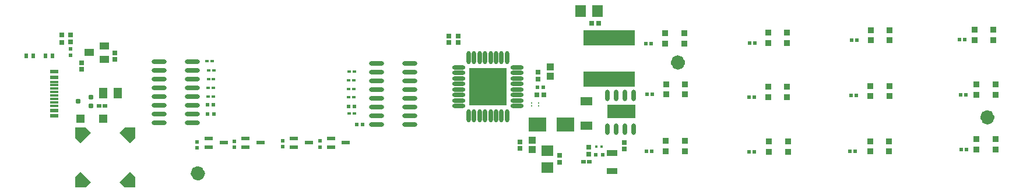
<source format=gtp>
G04*
G04 #@! TF.GenerationSoftware,Altium Limited,CircuitMaker,2.3.0 (2.3.0.3)*
G04*
G04 Layer_Color=7318015*
%FSLAX25Y25*%
%MOIN*%
G70*
G04*
G04 #@! TF.SameCoordinates,90B3883F-12C0-4788-AEBF-A64E1D99C10B*
G04*
G04*
G04 #@! TF.FilePolarity,Positive*
G04*
G01*
G75*
%ADD18C,0.04331*%
%ADD19R,0.02200X0.02200*%
%ADD20R,0.02835X0.02992*%
%ADD21O,0.02362X0.06693*%
%ADD22R,0.02559X0.02362*%
%ADD23O,0.02362X0.07677*%
%ADD24R,0.02362X0.02756*%
%ADD25R,0.04921X0.01181*%
%ADD26R,0.01968X0.01772*%
%ADD27R,0.04921X0.06102*%
%ADD28R,0.04921X0.01968*%
%ADD29O,0.07677X0.02362*%
%ADD30R,0.02362X0.02756*%
%ADD31R,0.01968X0.02362*%
%ADD32R,0.02362X0.01968*%
%ADD33O,0.08661X0.02362*%
%ADD34R,0.09842X0.07874*%
%ADD35R,0.03937X0.03937*%
%ADD36R,0.07087X0.06496*%
%ADD37R,0.02165X0.01968*%
%ADD38R,0.02559X0.02559*%
%ADD39R,0.01772X0.01772*%
%ADD40R,0.06102X0.03543*%
%ADD41R,0.03740X0.03543*%
%ADD42R,0.06693X0.05118*%
%ADD43R,0.06496X0.07087*%
%ADD44R,0.02992X0.02835*%
%ADD45R,0.29528X0.08661*%
%ADD46P,0.05999X4X270.0*%
%ADD47R,0.06000X0.06000*%
%ADD48P,0.05999X4X360.0*%
%ADD49R,0.06000X0.06000*%
%ADD50C,0.00984*%
G04:AMPARAMS|DCode=51|XSize=23.62mil|YSize=29.53mil|CornerRadius=4.72mil|HoleSize=0mil|Usage=FLASHONLY|Rotation=90.000|XOffset=0mil|YOffset=0mil|HoleType=Round|Shape=RoundedRectangle|*
%AMROUNDEDRECTD51*
21,1,0.02362,0.02008,0,0,90.0*
21,1,0.01417,0.02953,0,0,90.0*
1,1,0.00945,0.01004,0.00709*
1,1,0.00945,0.01004,-0.00709*
1,1,0.00945,-0.01004,-0.00709*
1,1,0.00945,-0.01004,0.00709*
%
%ADD51ROUNDEDRECTD51*%
%ADD52R,0.05000X0.05000*%
%ADD53R,0.05512X0.03937*%
%ADD54R,0.04921X0.02362*%
G36*
X288400Y73346D02*
X288400Y52135D01*
X267219Y52135D01*
X267111Y52027D01*
X267003Y52135D01*
X267003Y73346D01*
X288430Y73375D01*
X288400Y73346D01*
X288400Y73346D02*
G37*
G36*
X361900Y44715D02*
X346014Y44715D01*
X346014Y52284D01*
X361900Y52284D01*
X361900Y44715D01*
X361900Y44715D02*
G37*
D18*
X565227Y45172D02*
G03*
X565227Y45172I-1969J0D01*
G01*
X388298Y76609D02*
G03*
X388298Y76609I-1969J0D01*
G01*
X113741Y13085D02*
G03*
X113741Y13085I-1969J0D01*
G01*
D19*
X343158Y23849D02*
D03*
X339158Y23849D02*
D03*
D20*
X45423Y72658D02*
D03*
X45423Y76437D02*
D03*
X296005Y27357D02*
D03*
X296005Y31136D02*
D03*
X318758Y23339D02*
D03*
X318758Y19559D02*
D03*
X355757Y27049D02*
D03*
X355757Y30829D02*
D03*
X260658Y91739D02*
D03*
X260658Y87959D02*
D03*
X306391Y70913D02*
D03*
X306391Y67133D02*
D03*
X64341Y82156D02*
D03*
X64341Y78376D02*
D03*
X33957Y88149D02*
D03*
X33957Y92549D02*
D03*
X255258Y91749D02*
D03*
X255258Y87970D02*
D03*
D21*
X360943Y57828D02*
D03*
X355943Y57828D02*
D03*
X350942Y57828D02*
D03*
X345942Y57828D02*
D03*
X360943Y38537D02*
D03*
X355943Y38537D02*
D03*
X350942Y38537D02*
D03*
X345942Y38537D02*
D03*
D22*
X332284Y19749D02*
D03*
X335631Y19749D02*
D03*
X58551Y51749D02*
D03*
X55205Y51749D02*
D03*
D23*
X276016Y46089D02*
D03*
X288615Y79357D02*
D03*
X285465Y79357D02*
D03*
X282316Y79357D02*
D03*
X279166Y79357D02*
D03*
X276016Y79357D02*
D03*
X272867Y79357D02*
D03*
X269717Y79357D02*
D03*
X266568Y79357D02*
D03*
X266568Y46089D02*
D03*
X269717Y46089D02*
D03*
X272867Y46089D02*
D03*
X279166Y46089D02*
D03*
X282316Y46089D02*
D03*
X285465Y46089D02*
D03*
X288615Y46089D02*
D03*
D24*
X24789Y80549D02*
D03*
X17701Y80549D02*
D03*
D25*
X29661Y63598D02*
D03*
X29661Y61629D02*
D03*
X29661Y65566D02*
D03*
X29661Y51787D02*
D03*
X29661Y55724D02*
D03*
X29661Y53755D02*
D03*
X29661Y57692D02*
D03*
X29661Y59661D02*
D03*
D26*
X197953Y61349D02*
D03*
X200905Y61349D02*
D03*
X120792Y67134D02*
D03*
X117839Y67134D02*
D03*
X120881Y72134D02*
D03*
X117928Y72134D02*
D03*
X120658Y57149D02*
D03*
X117705Y57149D02*
D03*
X120684Y62026D02*
D03*
X117731Y62026D02*
D03*
X120035Y77335D02*
D03*
X117082Y77335D02*
D03*
X198076Y66248D02*
D03*
X201028Y66248D02*
D03*
X198057Y56649D02*
D03*
X201010Y56649D02*
D03*
X198199Y71486D02*
D03*
X201152Y71486D02*
D03*
X198376Y47500D02*
D03*
X201329Y47500D02*
D03*
D27*
X57766Y59134D02*
D03*
X65837Y59134D02*
D03*
D28*
X139075Y33219D02*
D03*
X139075Y28100D02*
D03*
X147539Y30659D02*
D03*
X196407Y30630D02*
D03*
X187943Y28071D02*
D03*
X187943Y33189D02*
D03*
X175167Y30600D02*
D03*
X166703Y28041D02*
D03*
X166703Y33160D02*
D03*
X126516Y30620D02*
D03*
X118051Y28061D02*
D03*
X118051Y33179D02*
D03*
D29*
X294225Y51700D02*
D03*
X294225Y54849D02*
D03*
X294225Y57999D02*
D03*
X294225Y61148D02*
D03*
X294225Y64298D02*
D03*
X294225Y67448D02*
D03*
X294225Y70597D02*
D03*
X294225Y73747D02*
D03*
X260958Y73747D02*
D03*
X260958Y70597D02*
D03*
X260958Y67448D02*
D03*
X260958Y64298D02*
D03*
X260958Y61148D02*
D03*
X260958Y57999D02*
D03*
X260958Y54849D02*
D03*
X260958Y51700D02*
D03*
D30*
X13764Y80549D02*
D03*
X28726Y80549D02*
D03*
D31*
X197901Y51349D02*
D03*
X201405Y51349D02*
D03*
X202505Y41199D02*
D03*
X206009Y41199D02*
D03*
X120792Y52449D02*
D03*
X117288Y52449D02*
D03*
X120841Y47203D02*
D03*
X117337Y47203D02*
D03*
X309443Y62523D02*
D03*
X305939Y62523D02*
D03*
D32*
X181555Y28120D02*
D03*
X181555Y31624D02*
D03*
X160167Y28258D02*
D03*
X160167Y31762D02*
D03*
X132815Y28032D02*
D03*
X132815Y31535D02*
D03*
X111378Y27707D02*
D03*
X111378Y31211D02*
D03*
X38857Y84401D02*
D03*
X38857Y80897D02*
D03*
D33*
X214060Y76081D02*
D03*
X214060Y71081D02*
D03*
X214060Y66081D02*
D03*
X214060Y61081D02*
D03*
X214060Y56081D02*
D03*
X214060Y51081D02*
D03*
X214060Y46081D02*
D03*
X214060Y41081D02*
D03*
X232958Y76081D02*
D03*
X232958Y71081D02*
D03*
X232958Y66081D02*
D03*
X232958Y61081D02*
D03*
X232958Y56081D02*
D03*
X232958Y51081D02*
D03*
X232958Y46081D02*
D03*
X232958Y41081D02*
D03*
X108666Y42223D02*
D03*
X108666Y47223D02*
D03*
X108666Y52223D02*
D03*
X108666Y57223D02*
D03*
X108666Y62223D02*
D03*
X108666Y67223D02*
D03*
X108666Y72223D02*
D03*
X108666Y77223D02*
D03*
X89768Y42223D02*
D03*
X89768Y47223D02*
D03*
X89768Y52223D02*
D03*
X89768Y57223D02*
D03*
X89768Y62223D02*
D03*
X89768Y67223D02*
D03*
X89768Y72223D02*
D03*
X89768Y77223D02*
D03*
D34*
X306107Y41130D02*
D03*
X321855Y41130D02*
D03*
D35*
X303005Y32102D02*
D03*
X303005Y26590D02*
D03*
X313191Y68623D02*
D03*
X313191Y74135D02*
D03*
D36*
X311757Y16426D02*
D03*
X311757Y26072D02*
D03*
D37*
X371310Y25697D02*
D03*
X368357Y25697D02*
D03*
X371487Y58297D02*
D03*
X368534Y58297D02*
D03*
X371034Y87349D02*
D03*
X368081Y87349D02*
D03*
X430187Y87696D02*
D03*
X427234Y87696D02*
D03*
X429963Y25444D02*
D03*
X427010Y25444D02*
D03*
X427058Y56749D02*
D03*
X430010Y56749D02*
D03*
X488381Y57596D02*
D03*
X485428Y57596D02*
D03*
X488758Y89549D02*
D03*
X485805Y89549D02*
D03*
X487534Y25749D02*
D03*
X484581Y25749D02*
D03*
X548481Y26849D02*
D03*
X551434Y26849D02*
D03*
X548058Y58149D02*
D03*
X551010Y58149D02*
D03*
X550410Y89649D02*
D03*
X547458Y89649D02*
D03*
D38*
X335457Y23981D02*
D03*
X335457Y27918D02*
D03*
X38857Y88412D02*
D03*
X38857Y92349D02*
D03*
D39*
X339583Y28449D02*
D03*
X342732Y28449D02*
D03*
D40*
X348701Y14291D02*
D03*
X348701Y24724D02*
D03*
D41*
X379344Y31602D02*
D03*
X390171Y31602D02*
D03*
X379344Y25697D02*
D03*
X390171Y25697D02*
D03*
X389871Y93302D02*
D03*
X379044Y93302D02*
D03*
X379044Y87397D02*
D03*
X389871Y87397D02*
D03*
X449284Y31349D02*
D03*
X438457Y31349D02*
D03*
X438457Y25444D02*
D03*
X449284Y25444D02*
D03*
X448671Y56696D02*
D03*
X437844Y56696D02*
D03*
X448671Y62602D02*
D03*
X437844Y62602D02*
D03*
X448671Y93602D02*
D03*
X437844Y93602D02*
D03*
X437844Y87696D02*
D03*
X448671Y87696D02*
D03*
X390371Y64202D02*
D03*
X390371Y58297D02*
D03*
X379544Y58297D02*
D03*
X379544Y64202D02*
D03*
X555944Y95402D02*
D03*
X566771Y95402D02*
D03*
X555944Y89496D02*
D03*
X566771Y89496D02*
D03*
X507084Y31549D02*
D03*
X496257Y31549D02*
D03*
X496257Y25644D02*
D03*
X507084Y25644D02*
D03*
X567971Y32702D02*
D03*
X557144Y32702D02*
D03*
X557144Y26796D02*
D03*
X567971Y26796D02*
D03*
X507271Y63202D02*
D03*
X507271Y57297D02*
D03*
X496444Y57297D02*
D03*
X496444Y63202D02*
D03*
X507471Y95202D02*
D03*
X496644Y95202D02*
D03*
X496644Y89297D02*
D03*
X507471Y89297D02*
D03*
X567971Y64102D02*
D03*
X567971Y58197D02*
D03*
X557144Y58197D02*
D03*
X557144Y64102D02*
D03*
D42*
X333857Y54449D02*
D03*
X333857Y40449D02*
D03*
D43*
X330535Y106149D02*
D03*
X340180Y106149D02*
D03*
D44*
X340880Y99233D02*
D03*
X337101Y99233D02*
D03*
X309571Y58023D02*
D03*
X305791Y58023D02*
D03*
D45*
X347058Y67238D02*
D03*
X347058Y90860D02*
D03*
D46*
X47585Y8029D02*
D03*
X44585Y11029D02*
D03*
X69824Y36269D02*
D03*
X72824Y33269D02*
D03*
D47*
X44585Y8029D02*
D03*
X72824Y36269D02*
D03*
D48*
X72824Y11029D02*
D03*
X69824Y8029D02*
D03*
X44585Y33269D02*
D03*
X47585Y36269D02*
D03*
D49*
X72824Y8029D02*
D03*
X44585Y36269D02*
D03*
D50*
X306528Y51709D02*
D03*
X302591Y51709D02*
D03*
X306528Y53323D02*
D03*
X302591Y53323D02*
D03*
D51*
X43363Y54349D02*
D03*
X50647Y56908D02*
D03*
X50647Y51790D02*
D03*
D52*
X57505Y44249D02*
D03*
X44505Y44249D02*
D03*
D53*
X58150Y78504D02*
D03*
X58150Y85984D02*
D03*
X49488Y82244D02*
D03*
D54*
X29661Y68126D02*
D03*
X29661Y49228D02*
D03*
X29661Y46078D02*
D03*
X29661Y71275D02*
D03*
M02*

</source>
